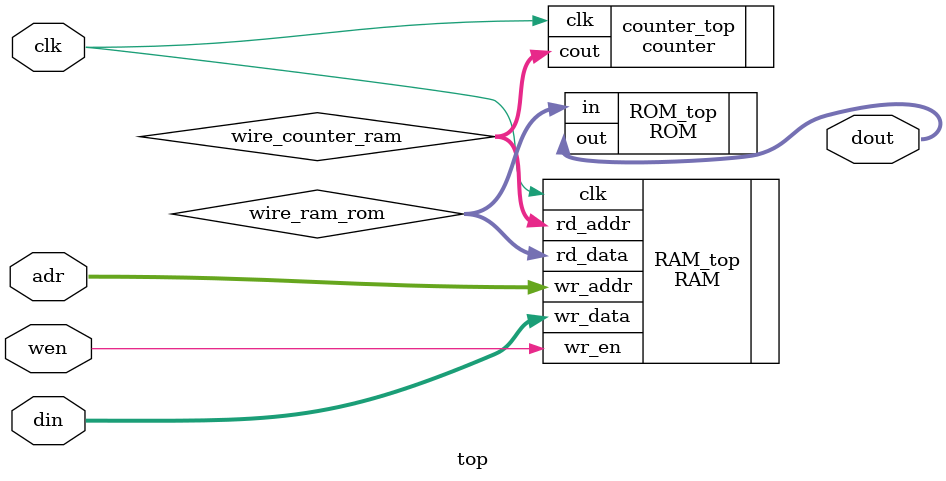
<source format=v>
`timescale 1ns / 1ps


module top(

    input [3:0] adr,
    input wen,
    input[3:0] din,
    input clk,
    output [3:0] dout
    );
    
    
wire [3:0] wire_counter_ram;

wire [3:0] wire_ram_rom;
    
counter counter_top(
    .clk(clk),
    .cout(wire_counter_ram)

);

ROM ROM_top(

    .in(wire_ram_rom),
    .out(dout)

);

RAM RAM_top(

    .wr_addr(adr),
    .wr_en(wen),
    .wr_data(din),
    .clk(clk),
    .rd_addr(wire_counter_ram),
    .rd_data(wire_ram_rom)
);



    
    
endmodule

</source>
